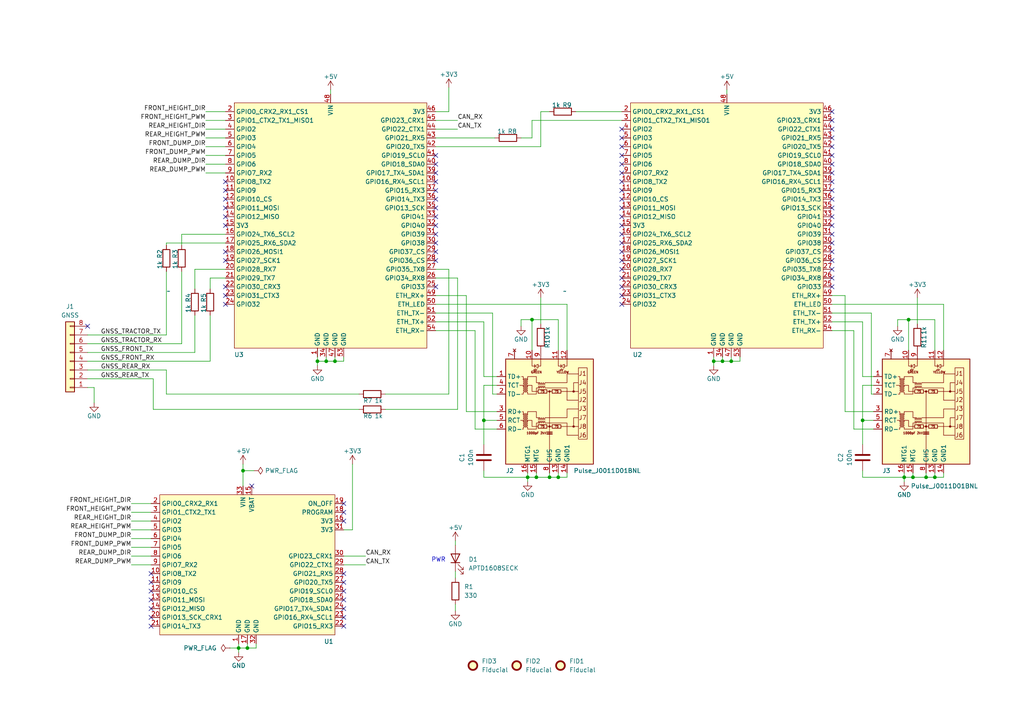
<source format=kicad_sch>
(kicad_sch (version 20230121) (generator eeschema)
  (paper "A4")
  (title_block (title "Tandem Leveller Controller UDP Adapter") (date "2025-11-20") (rev "V1.0") (company "(C) andy@britishideas.com 2025") (comment 1 "For personal use only, no commercial use") (comment 2 "Provided as-is, no warranty express or implied. Use at your own risk"))
  (lib_symbols
    (symbol "BritishIdeas2:Teensy_4.0"
      (property "Reference" "U" (at -27.94 -15.24 0))
      (symbol "Teensy_4.0_1_1"
        (rectangle (start 0 123.19) (end 50.8 82.55) (fill (type background)))
        (pin power_in line (at 22.86 80.01 90) (length 2.54) (name "GND") (number "1"))
        (pin passive line (at -2.54 100.33 0) (length 2.54) (name "GPIO8_TX2") (number "10"))
        (pin passive line (at -2.54 97.79 0) (length 2.54) (name "GPIO9") (number "11"))
        (pin passive line (at -2.54 95.25 0) (length 2.54) (name "GPIO10_CS") (number "12"))
        (pin passive line (at -2.54 92.71 0) (length 2.54) (name "GPIO11_MOSI") (number "13"))
        (pin passive line (at -2.54 90.17 0) (length 2.54) (name "GPIO12_MISO") (number "14"))
        (pin power_in line (at 26.67 125.73 270) (length 2.54) (name "VBAT") (number "15"))
        (pin power_out line (at 53.34 115.57 180) (length 2.54) (name "3V3") (number "16"))
        (pin power_in line (at 25.4 80.01 90) (length 2.54) (name "GND") (number "17"))
        (pin input line (at 53.34 118.11 180) (length 2.54) (name "PROGRAM") (number "18"))
        (pin input line (at 53.34 120.65 180) (length 2.54) (name "ON_OFF") (number "19"))
        (pin passive line (at -2.54 120.65 0) (length 2.54) (name "GPIO0_CRX2_RX1") (number "2"))
        (pin passive line (at -2.54 87.63 0) (length 2.54) (name "GPIO13_SCK_CRX1") (number "20"))
        (pin passive line (at -2.54 85.09 0) (length 2.54) (name "GPIO14_TX3") (number "21"))
        (pin passive line (at 53.34 85.09 180) (length 2.54) (name "GPIO15_RX3") (number "22"))
        (pin passive line (at 53.34 87.63 180) (length 2.54) (name "GPIO16_RX4_SCL1") (number "23"))
        (pin passive line (at 53.34 90.17 180) (length 2.54) (name "GPIO17_TX4_SDA1") (number "24"))
        (pin passive line (at 53.34 92.71 180) (length 2.54) (name "GPIO18_SDA0") (number "25"))
        (pin passive line (at 53.34 95.25 180) (length 2.54) (name "GPIO19_SCL0") (number "26"))
        (pin passive line (at 53.34 97.79 180) (length 2.54) (name "GPIO20_TX5") (number "27"))
        (pin passive line (at 53.34 100.33 180) (length 2.54) (name "GPIO21_RX5") (number "28"))
        (pin passive line (at 53.34 102.87 180) (length 2.54) (name "GPIO22_CTX1") (number "29"))
        (pin passive line (at -2.54 118.11 0) (length 2.54) (name "GPIO1_CTX2_TX1") (number "3"))
        (pin passive line (at 53.34 105.41 180) (length 2.54) (name "GPIO23_CRX1") (number "30"))
        (pin power_out line (at 53.34 113.03 180) (length 2.54) (name "3V3") (number "31"))
        (pin power_in line (at 27.94 80.01 90) (length 2.54) (name "GND") (number "32"))
        (pin power_in line (at 24.13 125.73 270) (length 2.54) (name "VIN") (number "33"))
        (pin passive line (at -2.54 115.57 0) (length 2.54) (name "GPIO2") (number "4"))
        (pin passive line (at -2.54 113.03 0) (length 2.54) (name "GPIO3") (number "5"))
        (pin passive line (at -2.54 110.49 0) (length 2.54) (name "GPIO4") (number "6"))
        (pin passive line (at -2.54 107.95 0) (length 2.54) (name "GPIO5") (number "7"))
        (pin passive line (at -2.54 105.41 0) (length 2.54) (name "GPIO6") (number "8"))
        (pin passive line (at -2.54 102.87 0) (length 2.54) (name "GPIO7_RX2") (number "9"))
      )
    )
    (symbol "BritishIdeas2:Teensy_4.1"
      (property "Reference" "U" (at 1.905 -1.27 0))
      (symbol "Teensy_4.1_1_0"
        (pin passive line (at -1.905 33.02 0) (length 2.54) (name "GPIO24_TX6_SCL2") (number "16"))
        (pin passive line (at -1.905 30.48 0) (length 2.54) (name "GPIO25_RX6_SDA2") (number "17"))
        (pin passive line (at -1.905 27.94 0) (length 2.54) (name "GPIO26_MOSI1") (number "18"))
        (pin passive line (at -1.905 25.4 0) (length 2.54) (name "GPIO27_SCK1") (number "19"))
        (pin passive line (at -1.905 22.86 0) (length 2.54) (name "GPIO28_RX7") (number "20"))
        (pin passive line (at -1.905 20.32 0) (length 2.54) (name "GPIO29_TX7") (number "21"))
        (pin passive line (at -1.905 17.78 0) (length 2.54) (name "GPIO30_CRX3") (number "22"))
        (pin passive line (at -1.905 15.24 0) (length 2.54) (name "GPIO31_CTX3") (number "23"))
        (pin passive line (at -1.905 12.7 0) (length 2.54) (name "GPIO32") (number "24"))
        (pin passive line (at 59.055 17.78 180) (length 2.54) (name "GPIO33") (number "25"))
        (pin passive line (at 59.055 20.32 180) (length 2.54) (name "GPIO34_RX8") (number "26"))
        (pin passive line (at 59.055 22.86 180) (length 2.54) (name "GPIO35_TX8") (number "27"))
        (pin passive line (at 59.055 25.4 180) (length 2.54) (name "GPIO36_CS") (number "28"))
        (pin passive line (at 59.055 27.94 180) (length 2.54) (name "GPIO37_CS") (number "29"))
        (pin passive line (at 59.055 30.48 180) (length 2.54) (name "GPIO38") (number "30"))
        (pin passive line (at 59.055 33.02 180) (length 2.54) (name "GPIO39") (number "31"))
        (pin passive line (at 59.055 35.56 180) (length 2.54) (name "GPIO40") (number "32"))
        (pin passive line (at 59.055 38.1 180) (length 2.54) (name "GPIO41") (number "33"))
      )
      (symbol "Teensy_4.1_1_1"
        (rectangle (start 0.635 71.12) (end 56.515 0) (fill (type background)))
        (pin power_in line (at 24.765 -2.54 90) (length 2.54) (name "GND") (number "1"))
        (pin passive line (at -1.905 48.26 0) (length 2.54) (name "GPIO8_TX2") (number "10"))
        (pin passive line (at -1.905 45.72 0) (length 2.54) (name "GPIO9") (number "11"))
        (pin passive line (at -1.905 43.18 0) (length 2.54) (name "GPIO10_CS") (number "12"))
        (pin passive line (at -1.905 40.64 0) (length 2.54) (name "GPIO11_MOSI") (number "13"))
        (pin passive line (at -1.905 38.1 0) (length 2.54) (name "GPIO12_MISO") (number "14"))
        (pin power_out line (at -1.905 35.56 0) (length 2.54) (name "3V3") (number "15"))
        (pin passive line (at -1.905 68.58 0) (length 2.54) (name "GPIO0_CRX2_RX1_CS1") (number "2"))
        (pin passive line (at -1.905 66.04 0) (length 2.54) (name "GPIO1_CTX2_TX1_MISO1") (number "3"))
        (pin power_in line (at 27.305 -2.54 90) (length 2.54) (name "GND") (number "34"))
        (pin passive line (at 59.055 40.64 180) (length 2.54) (name "GPIO13_SCK") (number "35"))
        (pin passive line (at 59.055 43.18 180) (length 2.54) (name "GPIO14_TX3") (number "36"))
        (pin passive line (at 59.055 45.72 180) (length 2.54) (name "GPIO15_RX3") (number "37"))
        (pin passive line (at 59.055 48.26 180) (length 2.54) (name "GPIO16_RX4_SCL1") (number "38"))
        (pin passive line (at 59.055 50.8 180) (length 2.54) (name "GPIO17_TX4_SDA1") (number "39"))
        (pin passive line (at -1.905 63.5 0) (length 2.54) (name "GPIO2") (number "4"))
        (pin passive line (at 59.055 53.34 180) (length 2.54) (name "GPIO18_SDA0") (number "40"))
        (pin passive line (at 59.055 55.88 180) (length 2.54) (name "GPIO19_SCL0") (number "41"))
        (pin passive line (at 59.055 58.42 180) (length 2.54) (name "GPIO20_TX5") (number "42"))
        (pin passive line (at 59.055 60.96 180) (length 2.54) (name "GPIO21_RX5") (number "43"))
        (pin passive line (at 59.055 63.5 180) (length 2.54) (name "GPIO22_CTX1") (number "44"))
        (pin passive line (at 59.055 66.04 180) (length 2.54) (name "GPIO23_CRX1") (number "45"))
        (pin power_out line (at 59.055 68.58 180) (length 2.54) (name "3V3") (number "46"))
        (pin power_in line (at 29.845 -2.54 90) (length 2.54) (name "GND") (number "47"))
        (pin power_in line (at 28.575 73.66 270) (length 2.54) (name "VIN") (number "48"))
        (pin passive line (at 59.055 15.24 180) (length 2.54) (name "ETH_RX+") (number "49"))
        (pin passive line (at -1.905 60.96 0) (length 2.54) (name "GPIO3") (number "5"))
        (pin passive line (at 59.055 12.7 180) (length 2.54) (name "ETH_LED") (number "50"))
        (pin passive line (at 59.055 10.16 180) (length 2.54) (name "ETH_TX-") (number "51"))
        (pin passive line (at 59.055 7.62 180) (length 2.54) (name "ETH_TX+") (number "52"))
        (pin power_in line (at 32.385 -2.54 90) (length 2.54) (name "GND") (number "53"))
        (pin passive line (at 59.055 5.08 180) (length 2.54) (name "ETH_RX-") (number "54"))
        (pin passive line (at -1.905 58.42 0) (length 2.54) (name "GPIO4") (number "6"))
        (pin passive line (at -1.905 55.88 0) (length 2.54) (name "GPIO5") (number "7"))
        (pin passive line (at -1.905 53.34 0) (length 2.54) (name "GPIO6") (number "8"))
        (pin passive line (at -1.905 50.8 0) (length 2.54) (name "GPIO7_RX2") (number "9"))
      )
    )
    (symbol "Connector_Generic:Conn_01x08" (pin_names (offset 1.016) hide)
      (property "Reference" "J" (at 0 10.16 0))
      (property "Value" "Conn_01x08" (at 0 -12.7 0))
      (symbol "Conn_01x08_1_1"
        (rectangle (start -1.27 -10.033) (end 0 -10.287) (stroke (width 0.1524)))
        (rectangle (start -1.27 -7.493) (end 0 -7.747) (stroke (width 0.1524)))
        (rectangle (start -1.27 -4.953) (end 0 -5.207) (stroke (width 0.1524)))
        (rectangle (start -1.27 -2.413) (end 0 -2.667) (stroke (width 0.1524)))
        (rectangle (start -1.27 0.127) (end 0 -0.127) (stroke (width 0.1524)))
        (rectangle (start -1.27 2.667) (end 0 2.413) (stroke (width 0.1524)))
        (rectangle (start -1.27 5.207) (end 0 4.953) (stroke (width 0.1524)))
        (rectangle (start -1.27 7.747) (end 0 7.493) (stroke (width 0.1524)))
        (rectangle (start -1.27 8.89) (end 1.27 -11.43) (stroke (width 0.254)) (fill (type background)))
        (pin passive line (at -5.08 7.62 0) (length 3.81) (name "Pin_1") (number "1"))
        (pin passive line (at -5.08 5.08 0) (length 3.81) (name "Pin_2") (number "2"))
        (pin passive line (at -5.08 2.54 0) (length 3.81) (name "Pin_3") (number "3"))
        (pin passive line (at -5.08 0 0) (length 3.81) (name "Pin_4") (number "4"))
        (pin passive line (at -5.08 -2.54 0) (length 3.81) (name "Pin_5") (number "5"))
        (pin passive line (at -5.08 -5.08 0) (length 3.81) (name "Pin_6") (number "6"))
        (pin passive line (at -5.08 -7.62 0) (length 3.81) (name "Pin_7") (number "7"))
        (pin passive line (at -5.08 -10.16 0) (length 3.81) (name "Pin_8") (number "8"))
      )
    )
    (symbol "Device:C" (pin_numbers hide) (pin_names (offset 0.254))
      (property "Reference" "C" (at 0.635 2.54 0))
      (property "Value" "C" (at 0.635 -2.54 0))
      (symbol "C_0_1"
        (polyline (pts (xy -2.032 -0.762) (xy 2.032 -0.762)) (stroke (width 0.508)))
        (polyline (pts (xy -2.032 0.762) (xy 2.032 0.762)) (stroke (width 0.508)))
      )
      (symbol "C_1_1"
        (pin passive line (at 0 3.81 270) (length 2.794) (name "~") (number "1"))
        (pin passive line (at 0 -3.81 90) (length 2.794) (name "~") (number "2"))
      )
    )
    (symbol "Device:LED" (pin_numbers hide) (pin_names (offset 1.016) hide)
      (property "Reference" "D" (at 0 2.54 0))
      (property "Value" "LED" (at 0 -2.54 0))
      (symbol "LED_0_1"
        (polyline (pts (xy -1.27 -1.27) (xy -1.27 1.27)) (stroke (width 0.254)))
        (polyline (pts (xy -1.27 0) (xy 1.27 0)))
        (polyline (pts (xy 1.27 -1.27) (xy 1.27 1.27) (xy -1.27 0) (xy 1.27 -1.27)) (stroke (width 0.254)))
        (polyline (pts (xy -3.048 -0.762) (xy -4.572 -2.286) (xy -3.81 -2.286) (xy -4.572 -2.286) (xy -4.572 -1.524)))
        (polyline (pts (xy -1.778 -0.762) (xy -3.302 -2.286) (xy -2.54 -2.286) (xy -3.302 -2.286) (xy -3.302 -1.524)))
      )
      (symbol "LED_1_1"
        (pin passive line (at -3.81 0 0) (length 2.54) (name "K") (number "1"))
        (pin passive line (at 3.81 0 180) (length 2.54) (name "A") (number "2"))
      )
    )
    (symbol "Device:R" (pin_numbers hide) (pin_names (offset 0))
      (property "Reference" "R" (at 2.032 0 90))
      (property "Value" "R" (at 0 0 90))
      (symbol "R_0_1"
        (rectangle (start -1.016 -2.54) (end 1.016 2.54) (stroke (width 0.254)))
      )
      (symbol "R_1_1"
        (pin passive line (at 0 3.81 270) (length 1.27) (name "~") (number "1"))
        (pin passive line (at 0 -3.81 90) (length 1.27) (name "~") (number "2"))
      )
    )
    (symbol "EmSA:Pulse_J0011D01BNL"
      (property "Reference" "J" (at 12.7 13.97 0))
      (property "Value" "Pulse_J0011D01BNL" (at 17.78 -19.05 0))
      (symbol "Pulse_J0011D01BNL_0_0"
        (rectangle (start -12.7 12.7) (end 12.7 -17.78) (stroke (width 0.254)) (fill (type background)))
        (polyline (pts (xy -3.302 -6.858) (xy -8.382 -6.858)))
        (polyline (pts (xy -3.302 3.302) (xy -8.382 3.302)))
        (polyline (pts (xy 8.382 -5.08) (xy 7.62 -5.08)))
        (polyline (pts (xy 8.636 5.08) (xy 7.62 5.08)))
        (polyline (pts (xy 1.27 -4.318) (xy -5.08 -4.318) (xy -5.08 -1.778) (xy -8.382 -1.778)))
        (polyline (pts (xy 1.27 5.842) (xy -5.08 5.842) (xy -5.08 8.382) (xy -8.382 8.382)))
        (polyline (pts (xy 3.302 -6.858) (xy 5.08 -6.858) (xy 5.08 -5.08) (xy 6.35 -5.08)))
        (polyline (pts (xy 3.302 3.302) (xy 5.08 3.302) (xy 5.08 5.08) (xy 6.35 5.08)))
        (text "1000pF 2kV" (at 3.81 -8.763 0) (effects (font (size 0.635 0.635))))
        (text "75" (at -2.032 -6.858 0) (effects (font (size 0.635 0.635))))
        (text "75" (at -2.032 3.302 0) (effects (font (size 0.635 0.635))))
        (text "75" (at 2.032 -6.858 0) (effects (font (size 0.635 0.635))))
        (text "75" (at 2.032 3.302 0) (effects (font (size 0.635 0.635))))
        (text "GREEN" (at 3.81 8.89 0) (effects (font (size 0.635 0.635))))
        (text "J1" (at -10.795 8.509 0) (effects (font (size 1.27 1.27)) (justify left)))
        (text "J2" (at -10.795 0.889 0) (effects (font (size 1.27 1.27)) (justify left)))
        (text "J3" (at -10.795 -1.651 0) (effects (font (size 1.27 1.27)) (justify left)))
        (text "J4" (at -10.795 5.842 0) (effects (font (size 1.27 1.27)) (justify left)))
        (text "J5" (at -10.795 3.302 0) (effects (font (size 1.27 1.27)) (justify left)))
        (text "J6" (at -10.795 -9.398 0) (effects (font (size 1.27 1.27)) (justify left)))
        (text "J7" (at -10.795 -4.318 0) (effects (font (size 1.27 1.27)) (justify left)))
        (text "J8" (at -10.795 -6.858 0) (effects (font (size 1.27 1.27)) (justify left)))
        (text "YELLOW" (at -3.81 8.89 0) (effects (font (size 0.635 0.635))))
      )
      (symbol "Pulse_J0011D01BNL_0_1"
        (rectangle (start -8.382 -10.541) (end -10.922 10.16))
        (circle (center -6.985 -6.858) (radius 0.254) (fill (type outline)))
        (circle (center -6.985 3.302) (radius 0.254) (fill (type outline)))
        (rectangle (start -3.302 -7.366) (end -0.762 -6.35) (stroke (width 0.2032)))
        (rectangle (start -3.302 2.794) (end -0.762 3.81) (stroke (width 0.2032)))
        (circle (center 0 -6.858) (radius 0.254) (fill (type outline)))
        (polyline (pts (xy -5.08 -9.398) (xy -8.255 -9.398)))
        (polyline (pts (xy -5.08 0.762) (xy -8.255 0.762)))
        (polyline (pts (xy -3.556 9.398) (xy -4.064 9.906)))
        (polyline (pts (xy -3.302 11.176) (xy -3.302 10.16)))
        (polyline (pts (xy -3.048 9.398) (xy -3.556 9.906)))
        (polyline (pts (xy -0.762 -9.017) (xy 0.762 -9.017)) (stroke (width 0.3302)))
        (polyline (pts (xy -0.762 -8.509) (xy 0.762 -8.509)) (stroke (width 0.3048)))
        (polyline (pts (xy 0 3.302) (xy -0.762 3.302)))
        (polyline (pts (xy 0.762 -6.858) (xy -0.762 -6.858)))
        (polyline (pts (xy 1.27 -5.334) (xy 3.302 -5.334)))
        (polyline (pts (xy 1.27 4.826) (xy 3.302 4.826)))
        (polyline (pts (xy 3.302 -4.826) (xy 1.27 -4.826)))
        (polyline (pts (xy 3.302 5.334) (xy 1.27 5.334)))
        (polyline (pts (xy 4.064 9.398) (xy 3.556 9.906)))
        (polyline (pts (xy 4.318 11.176) (xy 4.318 10.16)))
        (polyline (pts (xy 4.572 9.398) (xy 4.064 9.906)))
        (polyline (pts (xy 6.858 -3.048) (xy 6.858 -7.112)))
        (polyline (pts (xy 6.858 7.112) (xy 6.858 3.048)))
        (polyline (pts (xy 7.112 -7.112) (xy 7.112 -3.048)))
        (polyline (pts (xy 7.112 3.048) (xy 7.112 7.112)))
        (polyline (pts (xy -6.985 -6.858) (xy -6.985 -4.318) (xy -8.255 -4.318)))
        (polyline (pts (xy -6.985 3.302) (xy -6.985 5.842) (xy -8.255 5.842)))
        (polyline (pts (xy -5.08 12.7) (xy -5.08 10.668) (xy -4.318 10.668)))
        (polyline (pts (xy -3.556 9.652) (xy -3.556 9.398) (xy -3.81 9.398)))
        (polyline (pts (xy -3.048 9.652) (xy -3.048 9.398) (xy -3.302 9.398)))
        (polyline (pts (xy -2.54 12.7) (xy -2.54 10.668) (xy -3.302 10.668)))
        (polyline (pts (xy 0 -17.78) (xy 0 3.302) (xy 0.635 3.302)))
        (polyline (pts (xy 1.27 -5.842) (xy -5.08 -5.842) (xy -5.08 -9.398)))
        (polyline (pts (xy 1.27 4.318) (xy -5.08 4.318) (xy -5.08 0.762)))
        (polyline (pts (xy 2.54 12.7) (xy 2.54 10.668) (xy 3.302 10.668)))
        (polyline (pts (xy 4.064 9.652) (xy 4.064 9.398) (xy 3.81 9.398)))
        (polyline (pts (xy 4.572 9.652) (xy 4.572 9.398) (xy 4.318 9.398)))
        (polyline (pts (xy 5.08 12.7) (xy 5.08 10.668) (xy 4.318 10.668)))
        (polyline (pts (xy 7.62 -7.112) (xy 7.62 -7.62) (xy 7.874 -7.62)))
        (polyline (pts (xy 7.62 -3.048) (xy 7.62 -2.54) (xy 7.874 -2.54)))
        (polyline (pts (xy 7.62 3.048) (xy 7.62 2.54) (xy 8.128 2.54)))
        (polyline (pts (xy 7.62 7.112) (xy 7.62 7.62) (xy 8.128 7.62)))
        (polyline (pts (xy -3.302 10.668) (xy -4.318 11.176) (xy -4.318 10.16) (xy -3.302 10.668)))
        (polyline (pts (xy 4.318 10.668) (xy 3.302 11.176) (xy 3.302 10.16) (xy 4.318 10.668)))
        (polyline (pts (xy 3.302 -4.318) (xy 3.81 -4.318) (xy 3.81 -2.54) (xy 6.35 -2.54) (xy 6.35 -3.048)))
        (polyline (pts (xy 3.302 5.842) (xy 3.81 5.842) (xy 3.81 7.62) (xy 6.35 7.62) (xy 6.35 7.112)))
        (polyline (pts (xy 6.35 -7.112) (xy 6.35 -7.62) (xy 3.81 -7.62) (xy 3.81 -5.842) (xy 3.302 -5.842)))
        (polyline (pts (xy 6.35 3.048) (xy 6.35 2.54) (xy 3.81 2.54) (xy 3.81 4.318) (xy 3.302 4.318)))
        (circle (center 0 3.302) (radius 0.254) (fill (type outline)))
        (rectangle (start 0.762 -7.366) (end 3.302 -6.35) (stroke (width 0.2032)))
        (rectangle (start 0.762 2.794) (end 3.302 3.81) (stroke (width 0.2032)))
        (arc (start 1.27 -4.318) (mid 1.524 -4.5709) (end 1.778 -4.318))
        (arc (start 1.27 5.842) (mid 1.524 5.5891) (end 1.778 5.842))
        (arc (start 1.778 -5.842) (mid 1.524 -5.5891) (end 1.27 -5.842))
        (arc (start 1.778 -4.318) (mid 2.032 -4.5709) (end 2.286 -4.318))
        (arc (start 1.778 4.318) (mid 1.524 4.5709) (end 1.27 4.318))
        (arc (start 1.778 5.842) (mid 2.032 5.5891) (end 2.286 5.842))
        (arc (start 2.286 -5.842) (mid 2.032 -5.5891) (end 1.778 -5.842))
        (arc (start 2.286 -4.318) (mid 2.54 -4.5709) (end 2.794 -4.318))
        (arc (start 2.286 4.318) (mid 2.032 4.5709) (end 1.778 4.318))
        (arc (start 2.286 5.842) (mid 2.54 5.5891) (end 2.794 5.842))
        (arc (start 2.794 -5.842) (mid 2.54 -5.5891) (end 2.286 -5.842))
        (arc (start 2.794 -4.318) (mid 3.048 -4.5709) (end 3.302 -4.318))
        (arc (start 2.794 4.318) (mid 2.54 4.5709) (end 2.286 4.318))
        (arc (start 2.794 5.842) (mid 3.048 5.5891) (end 3.302 5.842))
        (circle (center 3.048 -5.8674) (radius 0.0762) (stroke (width 0.0254)) (fill (type outline)))
        (circle (center 3.048 -4.2926) (radius 0.0762) (stroke (width 0.0254)) (fill (type outline)))
        (circle (center 3.048 4.2926) (radius 0.0762) (stroke (width 0.0254)) (fill (type outline)))
        (circle (center 3.048 5.8674) (radius 0.0762) (stroke (width 0.0254)) (fill (type outline)))
        (arc (start 3.302 -5.842) (mid 3.048 -5.5891) (end 2.794 -5.842))
        (arc (start 3.302 4.318) (mid 3.048 4.5709) (end 2.794 4.318))
        (circle (center 6.3246 -5.334) (radius 0.0762) (stroke (width 0.0254)) (fill (type outline)))
        (circle (center 6.3246 -3.302) (radius 0.0762) (stroke (width 0.0254)) (fill (type outline)))
        (circle (center 6.3246 4.826) (radius 0.0762) (stroke (width 0.0254)) (fill (type outline)))
        (circle (center 6.3246 6.858) (radius 0.0762) (stroke (width 0.0254)) (fill (type outline)))
        (arc (start 6.35 -7.112) (mid 6.6029 -6.858) (end 6.35 -6.604))
        (arc (start 6.35 -6.604) (mid 6.6029 -6.35) (end 6.35 -6.096))
        (arc (start 6.35 -6.096) (mid 6.6029 -5.842) (end 6.35 -5.588))
        (arc (start 6.35 -5.588) (mid 6.6029 -5.334) (end 6.35 -5.08))
        (arc (start 6.35 -5.08) (mid 6.6029 -4.826) (end 6.35 -4.572))
        (arc (start 6.35 -4.572) (mid 6.6029 -4.318) (end 6.35 -4.064))
        (arc (start 6.35 -4.064) (mid 6.6029 -3.81) (end 6.35 -3.556))
        (arc (start 6.35 -3.556) (mid 6.6029 -3.302) (end 6.35 -3.048))
        (arc (start 6.35 3.048) (mid 6.6029 3.302) (end 6.35 3.556))
        (arc (start 6.35 3.556) (mid 6.6029 3.81) (end 6.35 4.064))
        (arc (start 6.35 4.064) (mid 6.6029 4.318) (end 6.35 4.572))
        (arc (start 6.35 4.572) (mid 6.6029 4.826) (end 6.35 5.08))
        (arc (start 6.35 5.08) (mid 6.6029 5.334) (end 6.35 5.588))
        (arc (start 6.35 5.588) (mid 6.6029 5.842) (end 6.35 6.096))
        (arc (start 6.35 6.096) (mid 6.6029 6.35) (end 6.35 6.604))
        (arc (start 6.35 6.604) (mid 6.6029 6.858) (end 6.35 7.112))
        (arc (start 7.62 -6.604) (mid 7.3671 -6.858) (end 7.62 -7.112))
        (arc (start 7.62 -6.096) (mid 7.3671 -6.35) (end 7.62 -6.604))
        (arc (start 7.62 -5.588) (mid 7.3671 -5.842) (end 7.62 -6.096))
        (arc (start 7.62 -5.08) (mid 7.3671 -5.334) (end 7.62 -5.588))
        (arc (start 7.62 -4.572) (mid 7.3671 -4.826) (end 7.62 -5.08))
        (arc (start 7.62 -4.064) (mid 7.3671 -4.318) (end 7.62 -4.572))
        (arc (start 7.62 -3.556) (mid 7.3671 -3.81) (end 7.62 -4.064))
        (arc (start 7.62 -3.048) (mid 7.3671 -3.302) (end 7.62 -3.556))
        (arc (start 7.62 3.556) (mid 7.3671 3.302) (end 7.62 3.048))
        (arc (start 7.62 4.064) (mid 7.3671 3.81) (end 7.62 3.556))
        (arc (start 7.62 4.572) (mid 7.3671 4.318) (end 7.62 4.064))
        (arc (start 7.62 5.08) (mid 7.3671 4.826) (end 7.62 4.572))
        (arc (start 7.62 5.588) (mid 7.3671 5.334) (end 7.62 5.08))
        (arc (start 7.62 6.096) (mid 7.3671 5.842) (end 7.62 5.588))
        (arc (start 7.62 6.604) (mid 7.3671 6.35) (end 7.62 6.096))
        (arc (start 7.62 7.112) (mid 7.3671 6.858) (end 7.62 6.604))
        (circle (center 7.6454 -5.334) (radius 0.0762) (stroke (width 0.0254)) (fill (type outline)))
        (circle (center 7.6454 -3.302) (radius 0.0762) (stroke (width 0.0254)) (fill (type outline)))
        (circle (center 7.6454 4.826) (radius 0.0762) (stroke (width 0.0254)) (fill (type outline)))
        (circle (center 7.6454 6.858) (radius 0.0762) (stroke (width 0.0254)) (fill (type outline)))
      )
      (symbol "Pulse_J0011D01BNL_1_1"
        (pin passive line (at 15.24 7.62 180) (length 2.54) (name "TD+") (number "1"))
        (pin passive line (at 5.08 15.24 270) (length 2.54) (name "~") (number "10"))
        (pin passive line (at -2.54 15.24 270) (length 2.54) (name "~") (number "11"))
        (pin passive line (at -5.08 15.24 270) (length 2.54) (name "~") (number "12"))
        (pin power_in line (at -2.54 -20.32 90) (length 2.54) (name "GND") (number "13"))
        (pin power_in line (at -5.08 -20.32 90) (length 2.54) (name "GND1") (number "14"))
        (pin passive line (at 3.81 -20.32 90) (length 2.54) (name "MTG") (number "15"))
        (pin passive line (at 6.35 -20.32 90) (length 2.54) (name "MTG1") (number "16"))
        (pin passive line (at 15.24 2.54 180) (length 2.54) (name "TD-") (number "2"))
        (pin passive line (at 15.24 -2.54 180) (length 2.54) (name "RD+") (number "3"))
        (pin passive line (at 15.24 5.08 180) (length 2.54) (name "TCT") (number "4"))
        (pin passive line (at 15.24 -5.08 180) (length 2.54) (name "RCT") (number "5"))
        (pin passive line (at 15.24 -7.62 180) (length 2.54) (name "RD-") (number "6"))
        (pin no_connect line (at 10.16 15.24 270) (length 2.54) (name "~") (number "7"))
        (pin passive line (at 0 -20.32 90) (length 2.54) (name "CHS") (number "8"))
        (pin passive line (at 2.54 15.24 270) (length 2.54) (name "~") (number "9"))
      )
    )
    (symbol "Mechanical:Fiducial"
      (property "Reference" "FID" (at 0 5.08 0))
      (property "Value" "Fiducial" (at 0 3.175 0))
      (symbol "Fiducial_0_1"
        (circle (center 0 0) (radius 1.27) (stroke (width 0.508)) (fill (type background)))
      )
    )
    (symbol "power:+3V3" (power) (pin_names (offset 0))
      (property "Value" "+3V3" (at 0 3.556 0))
      (symbol "+3V3_0_1"
        (polyline (pts (xy -0.762 1.27) (xy 0 2.54)))
        (polyline (pts (xy 0 0) (xy 0 2.54)))
        (polyline (pts (xy 0 2.54) (xy 0.762 1.27)))
      )
      (symbol "+3V3_1_1"
        (pin power_in line (at 0 0 90) (length 0) hide (name "+3V3") (number "1"))
      )
    )
    (symbol "power:+5V" (power) (pin_names (offset 0))
      (property "Value" "+5V" (at 0 3.556 0))
      (symbol "+5V_0_1"
        (polyline (pts (xy -0.762 1.27) (xy 0 2.54)))
        (polyline (pts (xy 0 0) (xy 0 2.54)))
        (polyline (pts (xy 0 2.54) (xy 0.762 1.27)))
      )
      (symbol "+5V_1_1"
        (pin power_in line (at 0 0 90) (length 0) hide (name "+5V") (number "1"))
      )
    )
    (symbol "power:GND" (power) (pin_names (offset 0))
      (property "Value" "GND" (at 0 -3.81 0))
      (symbol "GND_0_1"
        (polyline (pts (xy 0 0) (xy 0 -1.27) (xy 1.27 -1.27) (xy 0 -2.54) (xy -1.27 -1.27) (xy 0 -1.27)))
      )
      (symbol "GND_1_1"
        (pin power_in line (at 0 0 270) (length 0) hide (name "GND") (number "1"))
      )
    )
    (symbol "power:PWR_FLAG" (power) (pin_numbers hide) (pin_names (offset 0) hide)
      (property "Value" "PWR_FLAG" (at 0 3.81 0))
      (symbol "PWR_FLAG_0_0"
        (pin power_out line (at 0 0 90) (length 0) (name "pwr") (number "1"))
      )
      (symbol "PWR_FLAG_0_1"
        (polyline (pts (xy 0 0) (xy 0 1.27) (xy -1.016 1.905) (xy 0 2.54) (xy 1.016 1.905) (xy 0 1.27)))
      )
    )
  )
  (junction (at 209.55 104.775))
  (junction (at 212.09 104.775))
  (junction (at 140.335 121.92))
  (junction (at 153.035 138.43))
  (junction (at 264.795 138.43))
  (junction (at 207.01 104.775))
  (junction (at 268.605 138.43))
  (junction (at 71.755 187.96))
  (junction (at 250.19 121.92))
  (junction (at 97.155 104.775))
  (junction (at 69.215 187.96))
  (junction (at 155.575 138.43))
  (junction (at 161.925 138.43))
  (junction (at 271.145 138.43))
  (junction (at 154.305 92.71))
  (junction (at 262.255 138.43))
  (junction (at 92.075 104.775))
  (junction (at 263.525 92.71))
  (junction (at 70.485 136.525))
  (junction (at 159.385 138.43))
  (junction (at 94.615 104.775))
  (no_connect (at 65.405 62.865))
  (no_connect (at 180.34 67.945))
  (no_connect (at 180.34 85.725))
  (no_connect (at 126.365 52.705))
  (no_connect (at 180.34 65.405))
  (no_connect (at 126.365 62.865))
  (no_connect (at 65.405 55.245))
  (no_connect (at 241.3 65.405))
  (no_connect (at 241.3 45.085))
  (no_connect (at 180.34 47.625))
  (no_connect (at 241.3 78.105))
  (no_connect (at 180.34 88.265))
  (no_connect (at 180.34 75.565))
  (no_connect (at 241.3 57.785))
  (no_connect (at 126.365 55.245))
  (no_connect (at 180.34 37.465))
  (no_connect (at 65.405 57.785))
  (no_connect (at 126.365 57.785))
  (no_connect (at 99.695 179.07))
  (no_connect (at 180.34 55.245))
  (no_connect (at 43.815 176.53))
  (no_connect (at 126.365 83.185))
  (no_connect (at 99.695 181.61))
  (no_connect (at 99.695 166.37))
  (no_connect (at 65.405 88.265))
  (no_connect (at 65.405 85.725))
  (no_connect (at 180.34 42.545))
  (no_connect (at 126.365 75.565))
  (no_connect (at 126.365 70.485))
  (no_connect (at 241.3 60.325))
  (no_connect (at 99.695 146.05))
  (no_connect (at 180.34 83.185))
  (no_connect (at 241.3 75.565))
  (no_connect (at 180.34 57.785))
  (no_connect (at 180.34 40.005))
  (no_connect (at 241.3 62.865))
  (no_connect (at 126.365 67.945))
  (no_connect (at 99.695 148.59))
  (no_connect (at 241.3 73.025))
  (no_connect (at 43.815 171.45))
  (no_connect (at 65.405 73.025))
  (no_connect (at 180.34 70.485))
  (no_connect (at 180.34 60.325))
  (no_connect (at 126.365 60.325))
  (no_connect (at 73.025 140.97))
  (no_connect (at 126.365 65.405))
  (no_connect (at 241.3 37.465))
  (no_connect (at 241.3 70.485))
  (no_connect (at 241.3 55.245))
  (no_connect (at 126.365 73.025))
  (no_connect (at 65.405 83.185))
  (no_connect (at 180.34 45.085))
  (no_connect (at 99.695 168.91))
  (no_connect (at 43.815 168.91))
  (no_connect (at 241.3 83.185))
  (no_connect (at 43.815 181.61))
  (no_connect (at 241.3 67.945))
  (no_connect (at 65.405 60.325))
  (no_connect (at 43.815 166.37))
  (no_connect (at 99.695 151.13))
  (no_connect (at 241.3 42.545))
  (no_connect (at 241.3 47.625))
  (no_connect (at 241.3 80.645))
  (no_connect (at 126.365 45.085))
  (no_connect (at 65.405 52.705))
  (no_connect (at 65.405 65.405))
  (no_connect (at 25.4 94.615))
  (no_connect (at 126.365 50.165))
  (no_connect (at 241.3 50.165))
  (no_connect (at 99.695 176.53))
  (no_connect (at 180.34 78.105))
  (no_connect (at 180.34 62.865))
  (no_connect (at 43.815 179.07))
  (no_connect (at 241.3 40.005))
  (no_connect (at 180.34 50.165))
  (no_connect (at 126.365 47.625))
  (no_connect (at 180.34 52.705))
  (no_connect (at 180.34 80.645))
  (no_connect (at 241.3 34.925))
  (no_connect (at 43.815 173.99))
  (no_connect (at 241.3 32.385))
  (no_connect (at 180.34 73.025))
  (no_connect (at 99.695 173.99))
  (no_connect (at 241.3 52.705))
  (no_connect (at 99.695 171.45))
  (no_connect (at 65.405 75.565))
  (wire (pts (xy 271.145 92.71) (xy 263.525 92.71)))
  (wire (pts (xy 126.365 40.005) (xy 143.51 40.005)))
  (wire (pts (xy 66.675 187.96) (xy 69.215 187.96)))
  (wire (pts (xy 250.19 121.92) (xy 250.19 128.905)))
  (wire (pts (xy 247.65 95.885) (xy 247.65 124.46)))
  (wire (pts (xy 126.365 95.885) (xy 137.795 95.885)))
  (wire (pts (xy 71.755 186.69) (xy 71.755 187.96)))
  (wire (pts (xy 241.3 90.805) (xy 252.73 90.805)))
  (wire (pts (xy 132.08 165.735) (xy 132.08 167.64)))
  (wire (pts (xy 94.615 103.505) (xy 94.615 104.775)))
  (wire (pts (xy 69.215 186.69) (xy 69.215 187.96)))
  (wire (pts (xy 154.305 34.925) (xy 180.34 34.925)))
  (wire (pts (xy 59.69 47.625) (xy 65.405 47.625)))
  (wire (pts (xy 273.685 137.16) (xy 273.685 138.43)))
  (wire (pts (xy 252.73 114.3) (xy 253.365 114.3)))
  (wire (pts (xy 159.385 137.16) (xy 159.385 138.43)))
  (wire (pts (xy 69.215 187.96) (xy 69.215 189.23)))
  (wire (pts (xy 102.235 134.62) (xy 102.235 153.67)))
  (wire (pts (xy 156.845 86.36) (xy 156.845 93.98)))
  (wire (pts (xy 164.465 137.16) (xy 164.465 138.43)))
  (wire (pts (xy 262.255 138.43) (xy 262.255 139.7)))
  (wire (pts (xy 253.365 111.76) (xy 250.19 111.76)))
  (wire (pts (xy 59.69 42.545) (xy 65.405 42.545)))
  (wire (pts (xy 56.515 102.235) (xy 56.515 91.44)))
  (wire (pts (xy 92.075 103.505) (xy 92.075 104.775)))
  (wire (pts (xy 111.76 114.3) (xy 130.175 114.3)))
  (wire (pts (xy 52.705 71.12) (xy 52.705 67.945)))
  (wire (pts (xy 151.13 94.615) (xy 151.13 92.71)))
  (wire (pts (xy 245.11 119.38) (xy 245.11 85.725)))
  (wire (pts (xy 250.19 111.76) (xy 250.19 121.92)))
  (wire (pts (xy 156.845 42.545) (xy 156.845 32.385)))
  (wire (pts (xy 25.4 104.775) (xy 60.96 104.775)))
  (wire (pts (xy 155.575 137.16) (xy 155.575 138.43)))
  (wire (pts (xy 126.365 34.925) (xy 132.715 34.925)))
  (wire (pts (xy 132.715 118.745) (xy 132.715 80.645)))
  (wire (pts (xy 126.365 42.545) (xy 156.845 42.545)))
  (wire (pts (xy 104.14 118.745) (xy 44.45 118.745)))
  (wire (pts (xy 156.845 32.385) (xy 159.385 32.385)))
  (wire (pts (xy 126.365 78.105) (xy 130.175 78.105)))
  (wire (pts (xy 70.485 136.525) (xy 73.66 136.525)))
  (wire (pts (xy 25.4 102.235) (xy 56.515 102.235)))
  (wire (pts (xy 97.155 103.505) (xy 97.155 104.775)))
  (wire (pts (xy 102.235 153.67) (xy 99.695 153.67)))
  (wire (pts (xy 126.365 90.805) (xy 142.875 90.805)))
  (wire (pts (xy 154.305 40.005) (xy 154.305 34.925)))
  (wire (pts (xy 38.1 161.29) (xy 43.815 161.29)))
  (wire (pts (xy 59.69 32.385) (xy 65.405 32.385)))
  (wire (pts (xy 154.305 92.71) (xy 154.305 101.6)))
  (wire (pts (xy 212.09 104.775) (xy 209.55 104.775)))
  (wire (pts (xy 161.925 137.16) (xy 161.925 138.43)))
  (wire (pts (xy 38.1 158.75) (xy 43.815 158.75)))
  (wire (pts (xy 260.35 94.615) (xy 260.35 92.71)))
  (wire (pts (xy 74.295 187.96) (xy 71.755 187.96)))
  (wire (pts (xy 207.01 103.505) (xy 207.01 104.775)))
  (wire (pts (xy 95.885 26.035) (xy 95.885 27.305)))
  (wire (pts (xy 48.26 78.74) (xy 48.26 97.155)))
  (wire (pts (xy 44.45 118.745) (xy 44.45 109.855)))
  (wire (pts (xy 167.005 32.385) (xy 180.34 32.385)))
  (wire (pts (xy 140.335 136.525) (xy 140.335 138.43)))
  (wire (pts (xy 247.65 124.46) (xy 253.365 124.46)))
  (wire (pts (xy 214.63 103.505) (xy 214.63 104.775)))
  (wire (pts (xy 74.295 186.69) (xy 74.295 187.96)))
  (wire (pts (xy 250.19 93.345) (xy 250.19 109.22)))
  (wire (pts (xy 38.1 151.13) (xy 43.815 151.13)))
  (wire (pts (xy 140.335 138.43) (xy 153.035 138.43)))
  (wire (pts (xy 60.96 80.645) (xy 65.405 80.645)))
  (wire (pts (xy 59.69 34.925) (xy 65.405 34.925)))
  (wire (pts (xy 104.14 114.3) (xy 48.26 114.3)))
  (wire (pts (xy 140.335 93.345) (xy 140.335 109.22)))
  (wire (pts (xy 38.1 148.59) (xy 43.815 148.59)))
  (wire (pts (xy 161.925 92.71) (xy 154.305 92.71)))
  (wire (pts (xy 60.96 104.775) (xy 60.96 91.44)))
  (wire (pts (xy 25.4 99.695) (xy 52.705 99.695)))
  (wire (pts (xy 25.4 109.855) (xy 44.45 109.855)))
  (wire (pts (xy 59.69 45.085) (xy 65.405 45.085)))
  (wire (pts (xy 140.335 109.22) (xy 144.145 109.22)))
  (wire (pts (xy 155.575 138.43) (xy 153.035 138.43)))
  (wire (pts (xy 210.82 26.035) (xy 210.82 27.305)))
  (wire (pts (xy 151.13 40.005) (xy 154.305 40.005)))
  (wire (pts (xy 137.795 95.885) (xy 137.795 124.46)))
  (wire (pts (xy 271.145 101.6) (xy 271.145 92.71)))
  (wire (pts (xy 27.305 116.84) (xy 27.305 112.395)))
  (wire (pts (xy 48.26 70.485) (xy 65.405 70.485)))
  (wire (pts (xy 132.715 80.645) (xy 126.365 80.645)))
  (wire (pts (xy 92.075 104.775) (xy 92.075 106.045)))
  (wire (pts (xy 48.26 114.3) (xy 48.26 107.315)))
  (wire (pts (xy 142.875 114.3) (xy 144.145 114.3)))
  (wire (pts (xy 252.73 90.805) (xy 252.73 114.3)))
  (wire (pts (xy 59.69 40.005) (xy 65.405 40.005)))
  (wire (pts (xy 209.55 103.505) (xy 209.55 104.775)))
  (wire (pts (xy 151.13 92.71) (xy 154.305 92.71)))
  (wire (pts (xy 159.385 138.43) (xy 155.575 138.43)))
  (wire (pts (xy 137.795 124.46) (xy 144.145 124.46)))
  (wire (pts (xy 56.515 83.82) (xy 56.515 78.105)))
  (wire (pts (xy 263.525 92.71) (xy 263.525 101.6)))
  (wire (pts (xy 48.26 70.485) (xy 48.26 71.12)))
  (wire (pts (xy 250.19 109.22) (xy 253.365 109.22)))
  (wire (pts (xy 99.695 103.505) (xy 99.695 104.775)))
  (wire (pts (xy 253.365 119.38) (xy 245.11 119.38)))
  (wire (pts (xy 126.365 93.345) (xy 140.335 93.345)))
  (wire (pts (xy 99.695 161.29) (xy 106.045 161.29)))
  (wire (pts (xy 132.08 156.845) (xy 132.08 158.115)))
  (wire (pts (xy 97.155 104.775) (xy 94.615 104.775)))
  (wire (pts (xy 241.3 95.885) (xy 247.65 95.885)))
  (wire (pts (xy 241.3 93.345) (xy 250.19 93.345)))
  (wire (pts (xy 130.175 32.385) (xy 126.365 32.385)))
  (wire (pts (xy 94.615 104.775) (xy 92.075 104.775)))
  (wire (pts (xy 264.795 137.16) (xy 264.795 138.43)))
  (wire (pts (xy 271.145 138.43) (xy 268.605 138.43)))
  (wire (pts (xy 214.63 104.775) (xy 212.09 104.775)))
  (wire (pts (xy 126.365 85.725) (xy 135.255 85.725)))
  (wire (pts (xy 126.365 88.265) (xy 164.465 88.265)))
  (wire (pts (xy 111.76 118.745) (xy 132.715 118.745)))
  (wire (pts (xy 135.255 85.725) (xy 135.255 119.38)))
  (wire (pts (xy 161.925 101.6) (xy 161.925 92.71)))
  (wire (pts (xy 38.1 146.05) (xy 43.815 146.05)))
  (wire (pts (xy 273.685 138.43) (xy 271.145 138.43)))
  (wire (pts (xy 59.69 37.465) (xy 65.405 37.465)))
  (wire (pts (xy 52.705 67.945) (xy 65.405 67.945)))
  (wire (pts (xy 99.695 104.775) (xy 97.155 104.775)))
  (wire (pts (xy 144.145 111.76) (xy 140.335 111.76)))
  (wire (pts (xy 59.69 50.165) (xy 65.405 50.165)))
  (wire (pts (xy 99.695 163.83) (xy 106.045 163.83)))
  (wire (pts (xy 38.1 163.83) (xy 43.815 163.83)))
  (wire (pts (xy 52.705 99.695) (xy 52.705 78.74)))
  (wire (pts (xy 262.255 137.16) (xy 262.255 138.43)))
  (wire (pts (xy 70.485 136.525) (xy 70.485 140.97)))
  (wire (pts (xy 212.09 103.505) (xy 212.09 104.775)))
  (wire (pts (xy 164.465 88.265) (xy 164.465 101.6)))
  (wire (pts (xy 70.485 134.62) (xy 70.485 136.525)))
  (wire (pts (xy 130.175 25.4) (xy 130.175 32.385)))
  (wire (pts (xy 164.465 138.43) (xy 161.925 138.43)))
  (wire (pts (xy 250.19 138.43) (xy 262.255 138.43)))
  (wire (pts (xy 25.4 107.315) (xy 48.26 107.315)))
  (wire (pts (xy 241.3 88.265) (xy 273.685 88.265)))
  (wire (pts (xy 207.01 104.775) (xy 207.01 106.045)))
  (wire (pts (xy 71.755 187.96) (xy 69.215 187.96)))
  (wire (pts (xy 268.605 138.43) (xy 264.795 138.43)))
  (wire (pts (xy 245.11 85.725) (xy 241.3 85.725)))
  (wire (pts (xy 140.335 121.92) (xy 144.145 121.92)))
  (wire (pts (xy 25.4 97.155) (xy 48.26 97.155)))
  (wire (pts (xy 38.1 156.21) (xy 43.815 156.21)))
  (wire (pts (xy 273.685 88.265) (xy 273.685 101.6)))
  (wire (pts (xy 27.305 112.395) (xy 25.4 112.395)))
  (wire (pts (xy 250.19 136.525) (xy 250.19 138.43)))
  (wire (pts (xy 126.365 37.465) (xy 132.715 37.465)))
  (wire (pts (xy 60.96 83.82) (xy 60.96 80.645)))
  (wire (pts (xy 209.55 104.775) (xy 207.01 104.775)))
  (wire (pts (xy 266.065 86.36) (xy 266.065 93.98)))
  (wire (pts (xy 264.795 138.43) (xy 262.255 138.43)))
  (wire (pts (xy 142.875 90.805) (xy 142.875 114.3)))
  (wire (pts (xy 140.335 121.92) (xy 140.335 128.905)))
  (wire (pts (xy 153.035 138.43) (xy 153.035 139.7)))
  (wire (pts (xy 140.335 111.76) (xy 140.335 121.92)))
  (wire (pts (xy 56.515 78.105) (xy 65.405 78.105)))
  (wire (pts (xy 268.605 137.16) (xy 268.605 138.43)))
  (wire (pts (xy 260.35 92.71) (xy 263.525 92.71)))
  (wire (pts (xy 153.035 137.16) (xy 153.035 138.43)))
  (wire (pts (xy 132.08 175.26) (xy 132.08 177.165)))
  (wire (pts (xy 271.145 137.16) (xy 271.145 138.43)))
  (wire (pts (xy 161.925 138.43) (xy 159.385 138.43)))
  (wire (pts (xy 38.1 153.67) (xy 43.815 153.67)))
  (wire (pts (xy 135.255 119.38) (xy 144.145 119.38)))
  (wire (pts (xy 250.19 121.92) (xy 253.365 121.92)))
  (wire (pts (xy 130.175 114.3) (xy 130.175 78.105)))
  (text "PWR" (at 125.095 163.195 0) (effects (font (size 1.27 1.27)) (justify left bottom)))
  (label "CAN_RX" (at 132.715 34.925 0))
  (label "CAN_TX" (at 132.715 37.465 0))
  (label "CAN_TX" (at 106.045 163.83 0))
  (label "GNSS_FRONT_TX" (at 29.21 102.235 0))
  (label "FRONT_DUMP_PWM" (at 38.1 158.75 180))
  (label "REAR_HEIGHT_PWM" (at 59.69 40.005 180))
  (label "FRONT_DUMP_PWM" (at 59.69 45.085 180))
  (label "REAR_DUMP_DIR" (at 59.69 47.625 180))
  (label "FRONT_HEIGHT_PWM" (at 38.1 148.59 180))
  (label "REAR_DUMP_DIR" (at 38.1 161.29 180))
  (label "GNSS_TRACTOR_TX" (at 29.21 97.155 0))
  (label "REAR_HEIGHT_DIR" (at 38.1 151.13 180))
  (label "GNSS_FRONT_RX" (at 29.21 104.775 0))
  (label "GNSS_REAR_RX" (at 29.21 107.315 0))
  (label "FRONT_HEIGHT_PWM" (at 59.69 34.925 180))
  (label "FRONT_DUMP_DIR" (at 38.1 156.21 180))
  (label "GNSS_REAR_TX" (at 29.21 109.855 0))
  (label "REAR_HEIGHT_DIR" (at 59.69 37.465 180))
  (label "CAN_RX" (at 106.045 161.29 0))
  (label "REAR_DUMP_PWM" (at 59.69 50.165 180))
  (label "FRONT_HEIGHT_DIR" (at 38.1 146.05 180))
  (label "FRONT_HEIGHT_DIR" (at 59.69 32.385 180))
  (label "FRONT_DUMP_DIR" (at 59.69 42.545 180))
  (label "REAR_HEIGHT_PWM" (at 38.1 153.67 180))
  (label "REAR_DUMP_PWM" (at 38.1 163.83 180))
  (label "GNSS_TRACTOR_RX" (at 29.21 99.695 0))
  (symbol (lib_id "power:PWR_FLAG") (at 66.675 187.96 90) (unit 1)
    (property "Reference" "#FLG02" (effects hide))
    (property "Value" "PWR_FLAG" (at 62.865 187.96 90) (effects (justify left)))
  )
  (symbol (lib_id "Device:R") (at 132.08 171.45 0) (unit 1)
    (property "Reference" "R1" (at 134.62 170.18 0) (effects (justify left)))
    (property "Value" "330" (at 134.62 172.72 0) (effects (justify left)))
    (property "Footprint" "Resistor_SMD:R_0805_2012Metric" (effects hide))
    (property "LCSC" "C17630" (effects hide))
  )
  (symbol (lib_id "power:+5V") (at 210.82 26.035 0) (unit 1)
    (property "Reference" "#PWR07" (effects hide))
    (property "Value" "+5V" (at 210.82 22.225 0))
  )
  (symbol (lib_id "power:GND") (at 92.075 106.045 0) (unit 1)
    (property "Reference" "#PWR010" (effects hide))
    (property "Value" "GND" (at 92.075 109.855 0))
  )
  (symbol (lib_id "power:+3V3") (at 130.175 25.4 0) (unit 1)
    (property "Reference" "#PWR02" (effects hide))
    (property "Value" "+3V3" (at 130.175 21.59 0))
  )
  (symbol (lib_id "power:PWR_FLAG") (at 73.66 136.525 270) (unit 1)
    (property "Reference" "#FLG01" (effects hide))
    (property "Value" "PWR_FLAG" (at 76.835 136.525 90) (effects (justify left)))
  )
  (symbol (lib_id "power:GND") (at 207.01 106.045 0) (unit 1)
    (property "Reference" "#PWR06" (effects hide))
    (property "Value" "GND" (at 207.01 109.855 0))
  )
  (symbol (lib_id "Device:C") (at 140.335 132.715 180) (unit 1)
    (property "Reference" "C1" (at 133.985 132.715 90))
    (property "Value" "100n" (at 136.525 132.715 90))
    (property "Footprint" "Capacitor_SMD:C_0805_2012Metric" (effects hide))
    (property "LCSC" "C1711" (effects hide))
  )
  (symbol (lib_id "BritishIdeas2:Teensy_4.0") (at 46.355 266.7 0) (unit 1)
    (property "Reference" "U1" (at 93.98 186.055 0) (effects (justify left)))
    (property "Value" "~" (at 46.355 266.7 0))
    (property "Footprint" "Britishideas:Teensy_4.0" (effects hide))
  )
  (symbol (lib_id "Device:R") (at 48.26 74.93 180) (unit 1)
    (property "Reference" "R2" (at 46.355 73.66 90))
    (property "Value" "1k" (at 46.355 76.835 90))
    (property "Footprint" "Resistor_SMD:R_0805_2012Metric" (effects hide))
    (property "LCSC" "C17513" (effects hide))
  )
  (symbol (lib_id "Device:C") (at 250.19 132.715 180) (unit 1)
    (property "Reference" "C2" (at 243.84 132.715 90))
    (property "Value" "100n" (at 246.38 132.715 90))
    (property "Footprint" "Capacitor_SMD:C_0805_2012Metric" (effects hide))
    (property "LCSC" "C1711" (effects hide))
  )
  (symbol (lib_id "Mechanical:Fiducial") (at 162.56 193.04 0) (unit 1)
    (property "Reference" "FID1" (at 165.1 191.77 0) (effects (justify left)))
    (property "Value" "Fiducial" (at 165.1 194.31 0) (effects (justify left)))
    (property "Footprint" "Fiducial:Fiducial_0.5mm_Mask1mm" (effects hide))
  )
  (symbol (lib_id "Device:R") (at 56.515 87.63 180) (unit 1)
    (property "Reference" "R4" (at 54.61 86.36 90))
    (property "Value" "1k" (at 54.61 89.535 90))
    (property "Footprint" "Resistor_SMD:R_0805_2012Metric" (effects hide))
    (property "LCSC" "C17513" (effects hide))
  )
  (symbol (lib_id "power:GND") (at 262.255 139.7 0) (unit 1)
    (property "Reference" "#PWR015" (effects hide))
    (property "Value" "GND" (at 262.255 143.51 0))
  )
  (symbol (lib_id "power:+5V") (at 132.08 156.845 0) (unit 1)
    (property "Reference" "#PWR04" (effects hide))
    (property "Value" "+5V" (at 132.08 153.035 0))
  )
  (symbol (lib_id "Device:R") (at 266.065 97.79 0) (unit 1)
    (property "Reference" "R11" (at 267.97 99.06 90))
    (property "Value" "1k" (at 267.97 95.885 90))
    (property "Footprint" "Resistor_SMD:R_0805_2012Metric" (effects hide))
    (property "LCSC" "C17513" (effects hide))
  )
  (symbol (lib_id "Connector_Generic:Conn_01x08") (at 20.32 104.775 180) (unit 1)
    (property "Reference" "J1" (at 20.32 88.9 0))
    (property "Value" "GNSS" (at 20.32 91.44 0))
    (property "Footprint" "Connector_JST:JST_PH_B8B-PH-K_1x08_P2.00mm_Vertical" (effects hide))
    (property "manf#" "B8B-PH-K-S" (effects hide))
    (property "LCSC" "C157974" (effects hide))
  )
  (symbol (lib_id "Device:R") (at 52.705 74.93 180) (unit 1)
    (property "Reference" "R3" (at 50.8 73.66 90))
    (property "Value" "1k" (at 50.8 76.835 90))
    (property "Footprint" "Resistor_SMD:R_0805_2012Metric" (effects hide))
    (property "LCSC" "C17513" (effects hide))
  )
  (symbol (lib_id "Device:R") (at 60.96 87.63 180) (unit 1)
    (property "Reference" "R5" (at 59.055 86.36 90))
    (property "Value" "1k" (at 59.055 89.535 90))
    (property "Footprint" "Resistor_SMD:R_0805_2012Metric" (effects hide))
    (property "LCSC" "C17513" (effects hide))
  )
  (symbol (lib_id "Mechanical:Fiducial") (at 149.86 193.04 0) (unit 1)
    (property "Reference" "FID2" (at 152.4 191.77 0) (effects (justify left)))
    (property "Value" "Fiducial" (at 152.4 194.31 0) (effects (justify left)))
    (property "Footprint" "Fiducial:Fiducial_0.5mm_Mask1mm" (effects hide))
  )
  (symbol (lib_id "power:GND") (at 69.215 189.23 0) (unit 1)
    (property "Reference" "#PWR03" (effects hide))
    (property "Value" "GND" (at 69.215 193.04 0))
  )
  (symbol (lib_id "power:+3V3") (at 266.065 86.36 0) (unit 1)
    (property "Reference" "#PWR016" (effects hide))
    (property "Value" "+3V3" (at 266.065 82.55 0))
  )
  (symbol (lib_id "EmSA:Pulse_J0011D01BNL") (at 268.605 116.84 0) (mirror y) (unit 1)
    (property "Reference" "J3" (at 255.905 136.525 0) (effects (justify right)))
    (property "Value" "Pulse_J0011D01BNL" (at 264.16 140.97 0) (effects (justify right)))
    (property "Footprint" "EmSA:Pulse_J0011D01BNL" (effects hide))
    (property "LCSC" "C581368" (effects hide))
    (property "manf#" "J0011D01BNL" (effects hide))
  )
  (symbol (lib_id "Mechanical:Fiducial") (at 137.16 193.04 0) (unit 1)
    (property "Reference" "FID3" (at 139.7 191.77 0) (effects (justify left)))
    (property "Value" "Fiducial" (at 139.7 194.31 0) (effects (justify left)))
    (property "Footprint" "Fiducial:Fiducial_0.5mm_Mask1mm" (effects hide))
  )
  (symbol (lib_id "power:+3V3") (at 156.845 86.36 0) (unit 1)
    (property "Reference" "#PWR013" (effects hide))
    (property "Value" "+3V3" (at 156.845 82.55 0))
  )
  (symbol (lib_id "EmSA:Pulse_J0011D01BNL") (at 159.385 116.84 0) (mirror y) (unit 1)
    (property "Reference" "J2" (at 146.685 136.525 0) (effects (justify right)))
    (property "Value" "Pulse_J0011D01BNL" (at 166.37 136.525 0) (effects (justify right)))
    (property "Footprint" "EmSA:Pulse_J0011D01BNL" (effects hide))
    (property "LCSC" "C581368" (effects hide))
    (property "manf#" "J0011D01BNL" (effects hide))
  )
  (symbol (lib_id "Device:R") (at 156.845 97.79 0) (unit 1)
    (property "Reference" "R10" (at 158.75 99.06 90))
    (property "Value" "1k" (at 158.75 95.885 90))
    (property "Footprint" "Resistor_SMD:R_0805_2012Metric" (effects hide))
    (property "LCSC" "C17513" (effects hide))
  )
  (symbol (lib_id "power:GND") (at 260.35 94.615 0) (unit 1)
    (property "Reference" "#PWR014" (effects hide))
    (property "Value" "GND" (at 260.35 98.425 0))
  )
  (symbol (lib_id "BritishIdeas2:Teensy_4.1") (at 67.31 100.965 0) (unit 1)
    (property "Reference" "U3" (at 67.945 102.87 0) (effects (justify left)))
    (property "Value" "~" (at 48.895 84.455 0))
    (property "Footprint" "Britishideas:Teensy_4.1" (effects hide))
  )
  (symbol (lib_id "power:GND") (at 132.08 177.165 0) (unit 1)
    (property "Reference" "#PWR05" (effects hide))
    (property "Value" "GND" (at 132.08 180.975 0))
  )
  (symbol (lib_id "Device:LED") (at 132.08 161.925 90) (unit 1)
    (property "Reference" "D1" (at 135.89 162.2425 90) (effects (justify right)))
    (property "Value" "APTD1608SECK" (at 135.89 164.7825 90) (effects (justify right)))
    (property "Footprint" "Diode_SMD:D_0603_1608Metric" (effects hide))
    (property "manf#" "APTD1608SECK" (effects hide))
    (property "LCSC" "C5122084" (effects hide))
  )
  (symbol (lib_id "power:GND") (at 153.035 139.7 0) (unit 1)
    (property "Reference" "#PWR08" (effects hide))
    (property "Value" "GND" (at 153.035 143.51 0))
  )
  (symbol (lib_id "power:GND") (at 27.305 116.84 0) (unit 1)
    (property "Reference" "#PWR017" (effects hide))
    (property "Value" "GND" (at 27.305 120.65 0))
  )
  (symbol (lib_id "power:+3V3") (at 102.235 134.62 0) (unit 1)
    (property "Reference" "#PWR012" (effects hide))
    (property "Value" "+3V3" (at 102.235 130.81 0))
  )
  (symbol (lib_id "BritishIdeas2:Teensy_4.1") (at 182.245 100.965 0) (unit 1)
    (property "Reference" "U2" (at 183.515 102.87 0) (effects (justify left)))
    (property "Value" "~" (at 163.83 84.455 0))
    (property "Footprint" "Britishideas:Teensy_4.1" (effects hide))
  )
  (symbol (lib_id "Device:R") (at 163.195 32.385 90) (unit 1)
    (property "Reference" "R9" (at 164.465 30.48 90))
    (property "Value" "1k" (at 161.29 30.48 90))
    (property "Footprint" "Resistor_SMD:R_0805_2012Metric" (effects hide))
    (property "LCSC" "C17513" (effects hide))
  )
  (symbol (lib_id "Device:R") (at 147.32 40.005 90) (unit 1)
    (property "Reference" "R8" (at 148.59 38.1 90))
    (property "Value" "1k" (at 145.415 38.1 90))
    (property "Footprint" "Resistor_SMD:R_0805_2012Metric" (effects hide))
    (property "LCSC" "C17513" (effects hide))
  )
  (symbol (lib_id "Device:R") (at 107.95 114.3 270) (unit 1)
    (property "Reference" "R7" (at 106.68 116.205 90))
    (property "Value" "1k" (at 109.855 116.205 90))
    (property "Footprint" "Resistor_SMD:R_0805_2012Metric" (effects hide))
    (property "LCSC" "C17513" (effects hide))
  )
  (symbol (lib_id "Device:R") (at 107.95 118.745 270) (unit 1)
    (property "Reference" "R6" (at 106.68 120.65 90))
    (property "Value" "1k" (at 109.855 120.65 90))
    (property "Footprint" "Resistor_SMD:R_0805_2012Metric" (effects hide))
    (property "LCSC" "C17513" (effects hide))
  )
  (symbol (lib_id "power:+5V") (at 70.485 134.62 0) (unit 1)
    (property "Reference" "#PWR01" (effects hide))
    (property "Value" "+5V" (at 70.485 130.81 0))
  )
  (symbol (lib_id "power:GND") (at 151.13 94.615 0) (unit 1)
    (property "Reference" "#PWR09" (effects hide))
    (property "Value" "GND" (at 151.13 98.425 0))
  )
  (symbol (lib_id "power:+5V") (at 95.885 26.035 0) (unit 1)
    (property "Reference" "#PWR011" (effects hide))
    (property "Value" "+5V" (at 95.885 22.225 0))
  )
)
</source>
